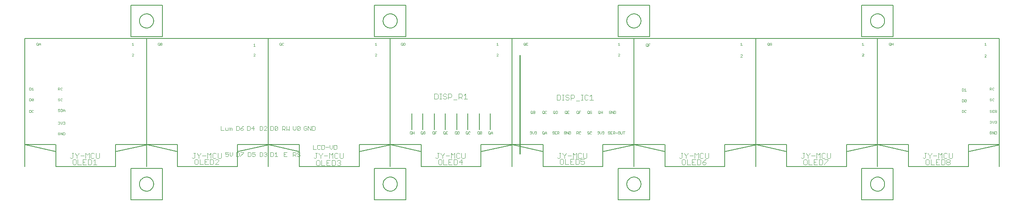
<source format=gto>
G75*
%MOIN*%
%OFA0B0*%
%FSLAX24Y24*%
%IPPOS*%
%LPD*%
%AMOC8*
5,1,8,0,0,1.08239X$1,22.5*
%
%ADD10C,0.0020*%
%ADD11C,0.0080*%
%ADD12C,0.0040*%
%ADD13C,0.0100*%
%ADD14C,0.0030*%
%ADD15C,0.0050*%
%ADD16C,0.0060*%
D10*
X011691Y006146D02*
X011728Y006110D01*
X011802Y006110D01*
X011838Y006146D01*
X011838Y006220D01*
X011765Y006220D01*
X011838Y006293D02*
X011802Y006330D01*
X011728Y006330D01*
X011691Y006293D01*
X011691Y006146D01*
X011912Y006110D02*
X011912Y006330D01*
X012059Y006110D01*
X012059Y006330D01*
X012133Y006330D02*
X012244Y006330D01*
X012280Y006293D01*
X012280Y006146D01*
X012244Y006110D01*
X012133Y006110D01*
X012133Y006330D01*
X012170Y007070D02*
X012133Y007106D01*
X012170Y007070D02*
X012244Y007070D01*
X012280Y007106D01*
X012280Y007143D01*
X012244Y007180D01*
X012207Y007180D01*
X012244Y007180D02*
X012280Y007216D01*
X012280Y007253D01*
X012244Y007290D01*
X012170Y007290D01*
X012133Y007253D01*
X012059Y007290D02*
X012059Y007143D01*
X011986Y007070D01*
X011912Y007143D01*
X011912Y007290D01*
X011838Y007253D02*
X011838Y007216D01*
X011802Y007180D01*
X011838Y007143D01*
X011838Y007106D01*
X011802Y007070D01*
X011728Y007070D01*
X011691Y007106D01*
X011765Y007180D02*
X011802Y007180D01*
X011838Y007253D02*
X011802Y007290D01*
X011728Y007290D01*
X011691Y007253D01*
X009499Y008146D02*
X009463Y008110D01*
X009389Y008110D01*
X009352Y008146D01*
X009352Y008293D01*
X009389Y008330D01*
X009463Y008330D01*
X009499Y008293D01*
X009278Y008293D02*
X009242Y008330D01*
X009131Y008330D01*
X009131Y008110D01*
X009242Y008110D01*
X009278Y008146D01*
X009278Y008293D01*
X011691Y008336D02*
X011728Y008300D01*
X011802Y008300D01*
X011838Y008263D01*
X011838Y008226D01*
X011802Y008190D01*
X011728Y008190D01*
X011691Y008226D01*
X011691Y008336D02*
X011691Y008373D01*
X011728Y008410D01*
X011802Y008410D01*
X011838Y008373D01*
X011912Y008410D02*
X012023Y008410D01*
X012059Y008373D01*
X012059Y008226D01*
X012023Y008190D01*
X011912Y008190D01*
X011912Y008410D01*
X012133Y008336D02*
X012207Y008410D01*
X012280Y008336D01*
X012280Y008190D01*
X012280Y008300D02*
X012133Y008300D01*
X012133Y008336D02*
X012133Y008190D01*
X012023Y009150D02*
X012059Y009186D01*
X012023Y009150D02*
X011949Y009150D01*
X011912Y009186D01*
X011912Y009333D01*
X011949Y009370D01*
X012023Y009370D01*
X012059Y009333D01*
X011838Y009333D02*
X011802Y009370D01*
X011728Y009370D01*
X011691Y009333D01*
X011691Y009296D01*
X011728Y009260D01*
X011802Y009260D01*
X011838Y009223D01*
X011838Y009186D01*
X011802Y009150D01*
X011728Y009150D01*
X011691Y009186D01*
X009499Y009186D02*
X009463Y009150D01*
X009389Y009150D01*
X009352Y009186D01*
X009499Y009333D01*
X009499Y009186D01*
X009352Y009186D02*
X009352Y009333D01*
X009389Y009370D01*
X009463Y009370D01*
X009499Y009333D01*
X009278Y009333D02*
X009242Y009370D01*
X009131Y009370D01*
X009131Y009150D01*
X009242Y009150D01*
X009278Y009186D01*
X009278Y009333D01*
X009242Y010110D02*
X009278Y010146D01*
X009278Y010293D01*
X009242Y010330D01*
X009131Y010330D01*
X009131Y010110D01*
X009242Y010110D01*
X009352Y010110D02*
X009499Y010110D01*
X009426Y010110D02*
X009426Y010330D01*
X009352Y010256D01*
X011691Y010183D02*
X011802Y010183D01*
X011838Y010220D01*
X011838Y010293D01*
X011802Y010330D01*
X011691Y010330D01*
X011691Y010110D01*
X011765Y010183D02*
X011838Y010110D01*
X011912Y010146D02*
X011949Y010110D01*
X012023Y010110D01*
X012059Y010146D01*
X011912Y010146D02*
X011912Y010293D01*
X011949Y010330D01*
X012023Y010330D01*
X012059Y010293D01*
X018251Y013150D02*
X018398Y013296D01*
X018398Y013333D01*
X018362Y013370D01*
X018288Y013370D01*
X018251Y013333D01*
X018251Y013150D02*
X018398Y013150D01*
X018398Y014110D02*
X018251Y014110D01*
X018325Y014110D02*
X018325Y014330D01*
X018251Y014256D01*
X020571Y014293D02*
X020571Y014146D01*
X020608Y014110D01*
X020682Y014110D01*
X020718Y014146D01*
X020718Y014293D01*
X020682Y014330D01*
X020608Y014330D01*
X020571Y014293D01*
X020645Y014183D02*
X020718Y014110D01*
X020792Y014110D02*
X020903Y014110D01*
X020939Y014146D01*
X020939Y014183D01*
X020903Y014220D01*
X020792Y014220D01*
X020792Y014110D02*
X020792Y014330D01*
X020903Y014330D01*
X020939Y014293D01*
X020939Y014256D01*
X020903Y014220D01*
X029051Y014176D02*
X029125Y014250D01*
X029125Y014030D01*
X029198Y014030D02*
X029051Y014030D01*
X031371Y014146D02*
X031371Y014293D01*
X031408Y014330D01*
X031482Y014330D01*
X031518Y014293D01*
X031518Y014146D01*
X031482Y014110D01*
X031408Y014110D01*
X031371Y014146D01*
X031445Y014183D02*
X031518Y014110D01*
X031592Y014146D02*
X031629Y014110D01*
X031703Y014110D01*
X031739Y014146D01*
X031592Y014146D02*
X031592Y014293D01*
X031629Y014330D01*
X031703Y014330D01*
X031739Y014293D01*
X029198Y013333D02*
X029162Y013370D01*
X029088Y013370D01*
X029051Y013333D01*
X029198Y013333D02*
X029198Y013296D01*
X029051Y013150D01*
X029198Y013150D01*
X039851Y013150D02*
X039998Y013296D01*
X039998Y013333D01*
X039962Y013370D01*
X039888Y013370D01*
X039851Y013333D01*
X039851Y013150D02*
X039998Y013150D01*
X039998Y014110D02*
X039851Y014110D01*
X039925Y014110D02*
X039925Y014330D01*
X039851Y014256D01*
X042171Y014293D02*
X042171Y014146D01*
X042208Y014110D01*
X042282Y014110D01*
X042318Y014146D01*
X042318Y014293D01*
X042282Y014330D01*
X042208Y014330D01*
X042171Y014293D01*
X042245Y014183D02*
X042318Y014110D01*
X042392Y014110D02*
X042503Y014110D01*
X042539Y014146D01*
X042539Y014293D01*
X042503Y014330D01*
X042392Y014330D01*
X042392Y014110D01*
X050651Y014110D02*
X050798Y014110D01*
X050725Y014110D02*
X050725Y014330D01*
X050651Y014256D01*
X053051Y014293D02*
X053051Y014146D01*
X053088Y014110D01*
X053162Y014110D01*
X053198Y014146D01*
X053198Y014293D01*
X053162Y014330D01*
X053088Y014330D01*
X053051Y014293D01*
X053125Y014183D02*
X053198Y014110D01*
X053272Y014110D02*
X053419Y014110D01*
X053346Y014220D02*
X053272Y014220D01*
X053272Y014330D02*
X053272Y014110D01*
X053272Y014330D02*
X053419Y014330D01*
X050798Y013333D02*
X050762Y013370D01*
X050688Y013370D01*
X050651Y013333D01*
X050798Y013333D02*
X050798Y013296D01*
X050651Y013150D01*
X050798Y013150D01*
X061451Y013150D02*
X061598Y013296D01*
X061598Y013333D01*
X061562Y013370D01*
X061488Y013370D01*
X061451Y013333D01*
X061451Y013150D02*
X061598Y013150D01*
X063931Y014066D02*
X063968Y014030D01*
X064042Y014030D01*
X064078Y014066D01*
X064078Y014213D01*
X064042Y014250D01*
X063968Y014250D01*
X063931Y014213D01*
X063931Y014066D01*
X064005Y014103D02*
X064078Y014030D01*
X064152Y014030D02*
X064152Y014250D01*
X064299Y014250D01*
X064226Y014140D02*
X064152Y014140D01*
X061598Y014110D02*
X061451Y014110D01*
X061525Y014110D02*
X061525Y014330D01*
X061451Y014256D01*
X072331Y014256D02*
X072405Y014330D01*
X072405Y014110D01*
X072478Y014110D02*
X072331Y014110D01*
X074731Y014146D02*
X074768Y014110D01*
X074842Y014110D01*
X074878Y014146D01*
X074878Y014293D01*
X074842Y014330D01*
X074768Y014330D01*
X074731Y014293D01*
X074731Y014146D01*
X074805Y014183D02*
X074878Y014110D01*
X074952Y014146D02*
X074989Y014110D01*
X075063Y014110D01*
X075099Y014146D01*
X075099Y014220D01*
X075026Y014220D01*
X075099Y014293D02*
X075063Y014330D01*
X074989Y014330D01*
X074952Y014293D01*
X074952Y014146D01*
X072478Y013253D02*
X072442Y013290D01*
X072368Y013290D01*
X072331Y013253D01*
X072478Y013253D02*
X072478Y013216D01*
X072331Y013070D01*
X072478Y013070D01*
X083131Y013150D02*
X083278Y013296D01*
X083278Y013333D01*
X083242Y013370D01*
X083168Y013370D01*
X083131Y013333D01*
X083131Y013150D02*
X083278Y013150D01*
X083278Y014110D02*
X083131Y014110D01*
X083205Y014110D02*
X083205Y014330D01*
X083131Y014256D01*
X085531Y014293D02*
X085531Y014146D01*
X085568Y014110D01*
X085642Y014110D01*
X085678Y014146D01*
X085678Y014293D01*
X085642Y014330D01*
X085568Y014330D01*
X085531Y014293D01*
X085605Y014183D02*
X085678Y014110D01*
X085752Y014110D02*
X085752Y014330D01*
X085752Y014220D02*
X085899Y014220D01*
X085899Y014330D02*
X085899Y014110D01*
X094011Y014110D02*
X094158Y014110D01*
X094085Y014110D02*
X094085Y014330D01*
X094011Y014256D01*
X094048Y013290D02*
X094011Y013253D01*
X094048Y013290D02*
X094122Y013290D01*
X094158Y013253D01*
X094158Y013216D01*
X094011Y013070D01*
X094158Y013070D01*
X094491Y010330D02*
X094602Y010330D01*
X094638Y010293D01*
X094638Y010220D01*
X094602Y010183D01*
X094491Y010183D01*
X094491Y010110D02*
X094491Y010330D01*
X094565Y010183D02*
X094638Y010110D01*
X094712Y010146D02*
X094749Y010110D01*
X094823Y010110D01*
X094859Y010146D01*
X094712Y010146D02*
X094712Y010293D01*
X094749Y010330D01*
X094823Y010330D01*
X094859Y010293D01*
X092379Y010030D02*
X092232Y010030D01*
X092306Y010030D02*
X092306Y010250D01*
X092232Y010176D01*
X092158Y010213D02*
X092122Y010250D01*
X092011Y010250D01*
X092011Y010030D01*
X092122Y010030D01*
X092158Y010066D01*
X092158Y010213D01*
X092122Y009290D02*
X092011Y009290D01*
X092011Y009070D01*
X092122Y009070D01*
X092158Y009106D01*
X092158Y009253D01*
X092122Y009290D01*
X092232Y009253D02*
X092269Y009290D01*
X092343Y009290D01*
X092379Y009253D01*
X092232Y009106D01*
X092269Y009070D01*
X092343Y009070D01*
X092379Y009106D01*
X092379Y009253D01*
X092232Y009253D02*
X092232Y009106D01*
X094491Y009186D02*
X094528Y009150D01*
X094602Y009150D01*
X094638Y009186D01*
X094638Y009223D01*
X094602Y009260D01*
X094528Y009260D01*
X094491Y009296D01*
X094491Y009333D01*
X094528Y009370D01*
X094602Y009370D01*
X094638Y009333D01*
X094712Y009333D02*
X094712Y009186D01*
X094749Y009150D01*
X094823Y009150D01*
X094859Y009186D01*
X094859Y009333D02*
X094823Y009370D01*
X094749Y009370D01*
X094712Y009333D01*
X094712Y008330D02*
X094712Y008110D01*
X094859Y008110D01*
X094933Y008110D02*
X094933Y008330D01*
X095044Y008330D01*
X095080Y008293D01*
X095080Y008220D01*
X095044Y008183D01*
X094933Y008183D01*
X095007Y008183D02*
X095080Y008110D01*
X094786Y008220D02*
X094712Y008220D01*
X094638Y008183D02*
X094638Y008146D01*
X094602Y008110D01*
X094528Y008110D01*
X094491Y008146D01*
X094528Y008220D02*
X094602Y008220D01*
X094638Y008183D01*
X094638Y008293D02*
X094602Y008330D01*
X094528Y008330D01*
X094491Y008293D01*
X094491Y008256D01*
X094528Y008220D01*
X094712Y008330D02*
X094859Y008330D01*
X092379Y008293D02*
X092343Y008330D01*
X092269Y008330D01*
X092232Y008293D01*
X092232Y008146D01*
X092269Y008110D01*
X092343Y008110D01*
X092379Y008146D01*
X092158Y008146D02*
X092158Y008293D01*
X092122Y008330D01*
X092011Y008330D01*
X092011Y008110D01*
X092122Y008110D01*
X092158Y008146D01*
X094491Y007333D02*
X094528Y007370D01*
X094602Y007370D01*
X094638Y007333D01*
X094638Y007296D01*
X094602Y007260D01*
X094638Y007223D01*
X094638Y007186D01*
X094602Y007150D01*
X094528Y007150D01*
X094491Y007186D01*
X094565Y007260D02*
X094602Y007260D01*
X094712Y007223D02*
X094786Y007150D01*
X094859Y007223D01*
X094859Y007370D01*
X094933Y007333D02*
X094970Y007370D01*
X095044Y007370D01*
X095080Y007333D01*
X095080Y007296D01*
X095044Y007260D01*
X095080Y007223D01*
X095080Y007186D01*
X095044Y007150D01*
X094970Y007150D01*
X094933Y007186D01*
X095007Y007260D02*
X095044Y007260D01*
X094712Y007223D02*
X094712Y007370D01*
X094712Y006410D02*
X094859Y006190D01*
X094859Y006410D01*
X094933Y006410D02*
X095044Y006410D01*
X095080Y006373D01*
X095080Y006226D01*
X095044Y006190D01*
X094933Y006190D01*
X094933Y006410D01*
X094712Y006410D02*
X094712Y006190D01*
X094638Y006226D02*
X094638Y006300D01*
X094565Y006300D01*
X094638Y006373D02*
X094602Y006410D01*
X094528Y006410D01*
X094491Y006373D01*
X094491Y006226D01*
X094528Y006190D01*
X094602Y006190D01*
X094638Y006226D01*
X062044Y006410D02*
X061897Y006410D01*
X061823Y006410D02*
X061823Y006226D01*
X061787Y006190D01*
X061713Y006190D01*
X061676Y006226D01*
X061676Y006410D01*
X061602Y006373D02*
X061566Y006410D01*
X061492Y006410D01*
X061455Y006373D01*
X061455Y006226D01*
X061492Y006190D01*
X061566Y006190D01*
X061602Y006226D01*
X061602Y006373D01*
X061381Y006300D02*
X061234Y006300D01*
X061160Y006300D02*
X061124Y006263D01*
X061013Y006263D01*
X061013Y006190D02*
X061013Y006410D01*
X061124Y006410D01*
X061160Y006373D01*
X061160Y006300D01*
X061087Y006263D02*
X061160Y006190D01*
X060939Y006190D02*
X060792Y006190D01*
X060792Y006410D01*
X060939Y006410D01*
X060866Y006300D02*
X060792Y006300D01*
X060718Y006263D02*
X060718Y006226D01*
X060682Y006190D01*
X060608Y006190D01*
X060571Y006226D01*
X060608Y006300D02*
X060682Y006300D01*
X060718Y006263D01*
X060718Y006373D02*
X060682Y006410D01*
X060608Y006410D01*
X060571Y006373D01*
X060571Y006336D01*
X060608Y006300D01*
X060200Y006336D02*
X060164Y006300D01*
X060200Y006263D01*
X060200Y006226D01*
X060164Y006190D01*
X060090Y006190D01*
X060053Y006226D01*
X059979Y006263D02*
X059979Y006410D01*
X060053Y006373D02*
X060090Y006410D01*
X060164Y006410D01*
X060200Y006373D01*
X060200Y006336D01*
X060164Y006300D02*
X060127Y006300D01*
X059979Y006263D02*
X059906Y006190D01*
X059832Y006263D01*
X059832Y006410D01*
X059758Y006373D02*
X059758Y006336D01*
X059722Y006300D01*
X059758Y006263D01*
X059758Y006226D01*
X059722Y006190D01*
X059648Y006190D01*
X059611Y006226D01*
X059685Y006300D02*
X059722Y006300D01*
X059758Y006373D02*
X059722Y006410D01*
X059648Y006410D01*
X059611Y006373D01*
X059099Y006373D02*
X059063Y006410D01*
X058989Y006410D01*
X058952Y006373D01*
X058952Y006226D01*
X058989Y006190D01*
X059063Y006190D01*
X059099Y006226D01*
X058878Y006226D02*
X058842Y006190D01*
X058768Y006190D01*
X058731Y006226D01*
X058768Y006300D02*
X058842Y006300D01*
X058878Y006263D01*
X058878Y006226D01*
X058768Y006300D02*
X058731Y006336D01*
X058731Y006373D01*
X058768Y006410D01*
X058842Y006410D01*
X058878Y006373D01*
X058139Y006373D02*
X058103Y006410D01*
X058029Y006410D01*
X057992Y006373D01*
X057992Y006226D01*
X058029Y006190D01*
X058103Y006190D01*
X058139Y006226D01*
X057918Y006190D02*
X057845Y006263D01*
X057882Y006263D02*
X057771Y006263D01*
X057771Y006190D02*
X057771Y006410D01*
X057882Y006410D01*
X057918Y006373D01*
X057918Y006300D01*
X057882Y006263D01*
X057240Y006226D02*
X057240Y006373D01*
X057204Y006410D01*
X057093Y006410D01*
X057093Y006190D01*
X057204Y006190D01*
X057240Y006226D01*
X057019Y006190D02*
X057019Y006410D01*
X056872Y006410D02*
X057019Y006190D01*
X056872Y006190D02*
X056872Y006410D01*
X056798Y006373D02*
X056762Y006410D01*
X056688Y006410D01*
X056651Y006373D01*
X056651Y006226D01*
X056688Y006190D01*
X056762Y006190D01*
X056798Y006226D01*
X056798Y006300D01*
X056725Y006300D01*
X056200Y006300D02*
X056200Y006373D01*
X056164Y006410D01*
X056053Y006410D01*
X056053Y006190D01*
X056053Y006263D02*
X056164Y006263D01*
X056200Y006300D01*
X056127Y006263D02*
X056200Y006190D01*
X055979Y006190D02*
X055832Y006190D01*
X055832Y006410D01*
X055979Y006410D01*
X055906Y006300D02*
X055832Y006300D01*
X055758Y006263D02*
X055758Y006226D01*
X055722Y006190D01*
X055648Y006190D01*
X055611Y006226D01*
X055648Y006300D02*
X055722Y006300D01*
X055758Y006263D01*
X055758Y006373D02*
X055722Y006410D01*
X055648Y006410D01*
X055611Y006373D01*
X055611Y006336D01*
X055648Y006300D01*
X055099Y006300D02*
X054952Y006300D01*
X054952Y006336D02*
X054952Y006190D01*
X054878Y006190D02*
X054805Y006263D01*
X054878Y006226D02*
X054842Y006190D01*
X054768Y006190D01*
X054731Y006226D01*
X054731Y006373D01*
X054768Y006410D01*
X054842Y006410D01*
X054878Y006373D01*
X054878Y006226D01*
X054952Y006336D02*
X055026Y006410D01*
X055099Y006336D01*
X055099Y006190D01*
X054200Y006226D02*
X054164Y006190D01*
X054090Y006190D01*
X054053Y006226D01*
X053979Y006263D02*
X053979Y006410D01*
X054053Y006373D02*
X054090Y006410D01*
X054164Y006410D01*
X054200Y006373D01*
X054200Y006336D01*
X054164Y006300D01*
X054200Y006263D01*
X054200Y006226D01*
X054164Y006300D02*
X054127Y006300D01*
X053979Y006263D02*
X053906Y006190D01*
X053832Y006263D01*
X053832Y006410D01*
X053758Y006373D02*
X053758Y006336D01*
X053722Y006300D01*
X053758Y006263D01*
X053758Y006226D01*
X053722Y006190D01*
X053648Y006190D01*
X053611Y006226D01*
X053685Y006300D02*
X053722Y006300D01*
X053758Y006373D02*
X053722Y006410D01*
X053648Y006410D01*
X053611Y006373D01*
X050299Y006336D02*
X050299Y006190D01*
X050299Y006300D02*
X050152Y006300D01*
X050152Y006336D02*
X050152Y006190D01*
X050078Y006190D02*
X050005Y006263D01*
X050078Y006226D02*
X050042Y006190D01*
X049968Y006190D01*
X049931Y006226D01*
X049931Y006373D01*
X049968Y006410D01*
X050042Y006410D01*
X050078Y006373D01*
X050078Y006226D01*
X050152Y006336D02*
X050226Y006410D01*
X050299Y006336D01*
X049339Y006336D02*
X049303Y006300D01*
X049192Y006300D01*
X049118Y006373D02*
X049118Y006226D01*
X049082Y006190D01*
X049008Y006190D01*
X048971Y006226D01*
X048971Y006373D01*
X049008Y006410D01*
X049082Y006410D01*
X049118Y006373D01*
X049192Y006410D02*
X049303Y006410D01*
X049339Y006373D01*
X049339Y006336D01*
X049303Y006300D02*
X049339Y006263D01*
X049339Y006226D01*
X049303Y006190D01*
X049192Y006190D01*
X049192Y006410D01*
X049045Y006263D02*
X049118Y006190D01*
X048299Y006226D02*
X048263Y006190D01*
X048189Y006190D01*
X048152Y006226D01*
X048152Y006373D01*
X048189Y006410D01*
X048263Y006410D01*
X048299Y006373D01*
X048078Y006373D02*
X048078Y006226D01*
X048042Y006190D01*
X047968Y006190D01*
X047931Y006226D01*
X047931Y006373D01*
X047968Y006410D01*
X048042Y006410D01*
X048078Y006373D01*
X048005Y006263D02*
X048078Y006190D01*
X047339Y006226D02*
X047339Y006373D01*
X047303Y006410D01*
X047192Y006410D01*
X047192Y006190D01*
X047303Y006190D01*
X047339Y006226D01*
X047118Y006226D02*
X047082Y006190D01*
X047008Y006190D01*
X046971Y006226D01*
X046971Y006373D01*
X047008Y006410D01*
X047082Y006410D01*
X047118Y006373D01*
X047118Y006226D01*
X047118Y006190D02*
X047045Y006263D01*
X046299Y006190D02*
X046152Y006190D01*
X046152Y006410D01*
X046299Y006410D01*
X046226Y006300D02*
X046152Y006300D01*
X046078Y006373D02*
X046078Y006226D01*
X046042Y006190D01*
X045968Y006190D01*
X045931Y006226D01*
X045931Y006373D01*
X045968Y006410D01*
X046042Y006410D01*
X046078Y006373D01*
X046005Y006263D02*
X046078Y006190D01*
X045339Y006410D02*
X045192Y006410D01*
X045192Y006190D01*
X045118Y006190D02*
X045045Y006263D01*
X045118Y006226D02*
X045082Y006190D01*
X045008Y006190D01*
X044971Y006226D01*
X044971Y006373D01*
X045008Y006410D01*
X045082Y006410D01*
X045118Y006373D01*
X045118Y006226D01*
X045192Y006300D02*
X045266Y006300D01*
X044299Y006300D02*
X044226Y006300D01*
X044299Y006300D02*
X044299Y006226D01*
X044263Y006190D01*
X044189Y006190D01*
X044152Y006226D01*
X044152Y006373D01*
X044189Y006410D01*
X044263Y006410D01*
X044299Y006373D01*
X044078Y006373D02*
X044078Y006226D01*
X044042Y006190D01*
X043968Y006190D01*
X043931Y006226D01*
X043931Y006373D01*
X043968Y006410D01*
X044042Y006410D01*
X044078Y006373D01*
X044005Y006263D02*
X044078Y006190D01*
X043339Y006190D02*
X043339Y006410D01*
X043339Y006300D02*
X043192Y006300D01*
X043118Y006373D02*
X043118Y006226D01*
X043082Y006190D01*
X043008Y006190D01*
X042971Y006226D01*
X042971Y006373D01*
X043008Y006410D01*
X043082Y006410D01*
X043118Y006373D01*
X043192Y006410D02*
X043192Y006190D01*
X043118Y006190D02*
X043045Y006263D01*
X053691Y008066D02*
X053691Y008213D01*
X053728Y008250D01*
X053802Y008250D01*
X053838Y008213D01*
X053838Y008066D01*
X053802Y008030D01*
X053728Y008030D01*
X053691Y008066D01*
X053765Y008103D02*
X053838Y008030D01*
X053912Y008030D02*
X054023Y008030D01*
X054059Y008066D01*
X054059Y008103D01*
X054023Y008140D01*
X053912Y008140D01*
X053912Y008250D02*
X054023Y008250D01*
X054059Y008213D01*
X054059Y008176D01*
X054023Y008140D01*
X053912Y008030D02*
X053912Y008250D01*
X054731Y008213D02*
X054731Y008066D01*
X054768Y008030D01*
X054842Y008030D01*
X054878Y008066D01*
X054878Y008213D01*
X054842Y008250D01*
X054768Y008250D01*
X054731Y008213D01*
X054805Y008103D02*
X054878Y008030D01*
X054952Y008066D02*
X054989Y008030D01*
X055063Y008030D01*
X055099Y008066D01*
X054952Y008066D02*
X054952Y008213D01*
X054989Y008250D01*
X055063Y008250D01*
X055099Y008213D01*
X055691Y008213D02*
X055691Y008066D01*
X055728Y008030D01*
X055802Y008030D01*
X055838Y008066D01*
X055838Y008213D01*
X055802Y008250D01*
X055728Y008250D01*
X055691Y008213D01*
X055765Y008103D02*
X055838Y008030D01*
X055912Y008030D02*
X056023Y008030D01*
X056059Y008066D01*
X056059Y008213D01*
X056023Y008250D01*
X055912Y008250D01*
X055912Y008030D01*
X056731Y008066D02*
X056731Y008213D01*
X056768Y008250D01*
X056842Y008250D01*
X056878Y008213D01*
X056878Y008066D01*
X056842Y008030D01*
X056768Y008030D01*
X056731Y008066D01*
X056805Y008103D02*
X056878Y008030D01*
X056952Y008030D02*
X057099Y008030D01*
X057026Y008140D02*
X056952Y008140D01*
X056952Y008250D02*
X056952Y008030D01*
X056952Y008250D02*
X057099Y008250D01*
X057771Y008213D02*
X057771Y008066D01*
X057808Y008030D01*
X057882Y008030D01*
X057918Y008066D01*
X057918Y008213D01*
X057882Y008250D01*
X057808Y008250D01*
X057771Y008213D01*
X057845Y008103D02*
X057918Y008030D01*
X057992Y008030D02*
X057992Y008250D01*
X058139Y008250D01*
X058066Y008140D02*
X057992Y008140D01*
X058731Y008066D02*
X058731Y008213D01*
X058768Y008250D01*
X058842Y008250D01*
X058878Y008213D01*
X058878Y008066D01*
X058842Y008030D01*
X058768Y008030D01*
X058731Y008066D01*
X058805Y008103D02*
X058878Y008030D01*
X058952Y008066D02*
X058989Y008030D01*
X059063Y008030D01*
X059099Y008066D01*
X059099Y008140D01*
X059026Y008140D01*
X059099Y008213D02*
X059063Y008250D01*
X058989Y008250D01*
X058952Y008213D01*
X058952Y008066D01*
X059691Y008066D02*
X059691Y008213D01*
X059728Y008250D01*
X059802Y008250D01*
X059838Y008213D01*
X059838Y008066D01*
X059802Y008030D01*
X059728Y008030D01*
X059691Y008066D01*
X059765Y008103D02*
X059838Y008030D01*
X059912Y008030D02*
X059912Y008250D01*
X059912Y008140D02*
X060059Y008140D01*
X060059Y008250D02*
X060059Y008030D01*
X060651Y008066D02*
X060651Y008213D01*
X060688Y008250D01*
X060762Y008250D01*
X060798Y008213D01*
X060798Y008140D02*
X060725Y008140D01*
X060798Y008140D02*
X060798Y008066D01*
X060762Y008030D01*
X060688Y008030D01*
X060651Y008066D01*
X060872Y008030D02*
X060872Y008250D01*
X061019Y008030D01*
X061019Y008250D01*
X061093Y008250D02*
X061204Y008250D01*
X061240Y008213D01*
X061240Y008066D01*
X061204Y008030D01*
X061093Y008030D01*
X061093Y008250D01*
X061971Y006410D02*
X061971Y006190D01*
X010139Y014110D02*
X010139Y014256D01*
X010066Y014330D01*
X009992Y014256D01*
X009992Y014110D01*
X009918Y014110D02*
X009845Y014183D01*
X009918Y014146D02*
X009882Y014110D01*
X009808Y014110D01*
X009771Y014146D01*
X009771Y014293D01*
X009808Y014330D01*
X009882Y014330D01*
X009918Y014293D01*
X009918Y014146D01*
X009992Y014220D02*
X010139Y014220D01*
D11*
X018918Y016292D02*
X018920Y016342D01*
X018926Y016392D01*
X018936Y016441D01*
X018950Y016489D01*
X018967Y016536D01*
X018988Y016581D01*
X019013Y016625D01*
X019041Y016666D01*
X019073Y016705D01*
X019107Y016742D01*
X019144Y016776D01*
X019184Y016806D01*
X019226Y016833D01*
X019270Y016857D01*
X019316Y016878D01*
X019363Y016894D01*
X019411Y016907D01*
X019461Y016916D01*
X019510Y016921D01*
X019561Y016922D01*
X019611Y016919D01*
X019660Y016912D01*
X019709Y016901D01*
X019757Y016886D01*
X019803Y016868D01*
X019848Y016846D01*
X019891Y016820D01*
X019932Y016791D01*
X019971Y016759D01*
X020007Y016724D01*
X020039Y016686D01*
X020069Y016646D01*
X020096Y016603D01*
X020119Y016559D01*
X020138Y016513D01*
X020154Y016465D01*
X020166Y016416D01*
X020174Y016367D01*
X020178Y016317D01*
X020178Y016267D01*
X020174Y016217D01*
X020166Y016168D01*
X020154Y016119D01*
X020138Y016071D01*
X020119Y016025D01*
X020096Y015981D01*
X020069Y015938D01*
X020039Y015898D01*
X020007Y015860D01*
X019971Y015825D01*
X019932Y015793D01*
X019891Y015764D01*
X019848Y015738D01*
X019803Y015716D01*
X019757Y015698D01*
X019709Y015683D01*
X019660Y015672D01*
X019611Y015665D01*
X019561Y015662D01*
X019510Y015663D01*
X019461Y015668D01*
X019411Y015677D01*
X019363Y015690D01*
X019316Y015706D01*
X019270Y015727D01*
X019226Y015751D01*
X019184Y015778D01*
X019144Y015808D01*
X019107Y015842D01*
X019073Y015879D01*
X019041Y015918D01*
X019013Y015959D01*
X018988Y016003D01*
X018967Y016048D01*
X018950Y016095D01*
X018936Y016143D01*
X018926Y016192D01*
X018920Y016242D01*
X018918Y016292D01*
X040572Y016292D02*
X040574Y016342D01*
X040580Y016392D01*
X040590Y016441D01*
X040604Y016489D01*
X040621Y016536D01*
X040642Y016581D01*
X040667Y016625D01*
X040695Y016666D01*
X040727Y016705D01*
X040761Y016742D01*
X040798Y016776D01*
X040838Y016806D01*
X040880Y016833D01*
X040924Y016857D01*
X040970Y016878D01*
X041017Y016894D01*
X041065Y016907D01*
X041115Y016916D01*
X041164Y016921D01*
X041215Y016922D01*
X041265Y016919D01*
X041314Y016912D01*
X041363Y016901D01*
X041411Y016886D01*
X041457Y016868D01*
X041502Y016846D01*
X041545Y016820D01*
X041586Y016791D01*
X041625Y016759D01*
X041661Y016724D01*
X041693Y016686D01*
X041723Y016646D01*
X041750Y016603D01*
X041773Y016559D01*
X041792Y016513D01*
X041808Y016465D01*
X041820Y016416D01*
X041828Y016367D01*
X041832Y016317D01*
X041832Y016267D01*
X041828Y016217D01*
X041820Y016168D01*
X041808Y016119D01*
X041792Y016071D01*
X041773Y016025D01*
X041750Y015981D01*
X041723Y015938D01*
X041693Y015898D01*
X041661Y015860D01*
X041625Y015825D01*
X041586Y015793D01*
X041545Y015764D01*
X041502Y015738D01*
X041457Y015716D01*
X041411Y015698D01*
X041363Y015683D01*
X041314Y015672D01*
X041265Y015665D01*
X041215Y015662D01*
X041164Y015663D01*
X041115Y015668D01*
X041065Y015677D01*
X041017Y015690D01*
X040970Y015706D01*
X040924Y015727D01*
X040880Y015751D01*
X040838Y015778D01*
X040798Y015808D01*
X040761Y015842D01*
X040727Y015879D01*
X040695Y015918D01*
X040667Y015959D01*
X040642Y016003D01*
X040621Y016048D01*
X040604Y016095D01*
X040590Y016143D01*
X040580Y016192D01*
X040574Y016242D01*
X040572Y016292D01*
X062225Y016292D02*
X062227Y016342D01*
X062233Y016392D01*
X062243Y016441D01*
X062257Y016489D01*
X062274Y016536D01*
X062295Y016581D01*
X062320Y016625D01*
X062348Y016666D01*
X062380Y016705D01*
X062414Y016742D01*
X062451Y016776D01*
X062491Y016806D01*
X062533Y016833D01*
X062577Y016857D01*
X062623Y016878D01*
X062670Y016894D01*
X062718Y016907D01*
X062768Y016916D01*
X062817Y016921D01*
X062868Y016922D01*
X062918Y016919D01*
X062967Y016912D01*
X063016Y016901D01*
X063064Y016886D01*
X063110Y016868D01*
X063155Y016846D01*
X063198Y016820D01*
X063239Y016791D01*
X063278Y016759D01*
X063314Y016724D01*
X063346Y016686D01*
X063376Y016646D01*
X063403Y016603D01*
X063426Y016559D01*
X063445Y016513D01*
X063461Y016465D01*
X063473Y016416D01*
X063481Y016367D01*
X063485Y016317D01*
X063485Y016267D01*
X063481Y016217D01*
X063473Y016168D01*
X063461Y016119D01*
X063445Y016071D01*
X063426Y016025D01*
X063403Y015981D01*
X063376Y015938D01*
X063346Y015898D01*
X063314Y015860D01*
X063278Y015825D01*
X063239Y015793D01*
X063198Y015764D01*
X063155Y015738D01*
X063110Y015716D01*
X063064Y015698D01*
X063016Y015683D01*
X062967Y015672D01*
X062918Y015665D01*
X062868Y015662D01*
X062817Y015663D01*
X062768Y015668D01*
X062718Y015677D01*
X062670Y015690D01*
X062623Y015706D01*
X062577Y015727D01*
X062533Y015751D01*
X062491Y015778D01*
X062451Y015808D01*
X062414Y015842D01*
X062380Y015879D01*
X062348Y015918D01*
X062320Y015959D01*
X062295Y016003D01*
X062274Y016048D01*
X062257Y016095D01*
X062243Y016143D01*
X062233Y016192D01*
X062227Y016242D01*
X062225Y016292D01*
X083879Y016292D02*
X083881Y016342D01*
X083887Y016392D01*
X083897Y016441D01*
X083911Y016489D01*
X083928Y016536D01*
X083949Y016581D01*
X083974Y016625D01*
X084002Y016666D01*
X084034Y016705D01*
X084068Y016742D01*
X084105Y016776D01*
X084145Y016806D01*
X084187Y016833D01*
X084231Y016857D01*
X084277Y016878D01*
X084324Y016894D01*
X084372Y016907D01*
X084422Y016916D01*
X084471Y016921D01*
X084522Y016922D01*
X084572Y016919D01*
X084621Y016912D01*
X084670Y016901D01*
X084718Y016886D01*
X084764Y016868D01*
X084809Y016846D01*
X084852Y016820D01*
X084893Y016791D01*
X084932Y016759D01*
X084968Y016724D01*
X085000Y016686D01*
X085030Y016646D01*
X085057Y016603D01*
X085080Y016559D01*
X085099Y016513D01*
X085115Y016465D01*
X085127Y016416D01*
X085135Y016367D01*
X085139Y016317D01*
X085139Y016267D01*
X085135Y016217D01*
X085127Y016168D01*
X085115Y016119D01*
X085099Y016071D01*
X085080Y016025D01*
X085057Y015981D01*
X085030Y015938D01*
X085000Y015898D01*
X084968Y015860D01*
X084932Y015825D01*
X084893Y015793D01*
X084852Y015764D01*
X084809Y015738D01*
X084764Y015716D01*
X084718Y015698D01*
X084670Y015683D01*
X084621Y015672D01*
X084572Y015665D01*
X084522Y015662D01*
X084471Y015663D01*
X084422Y015668D01*
X084372Y015677D01*
X084324Y015690D01*
X084277Y015706D01*
X084231Y015727D01*
X084187Y015751D01*
X084145Y015778D01*
X084105Y015808D01*
X084068Y015842D01*
X084034Y015879D01*
X084002Y015918D01*
X083974Y015959D01*
X083949Y016003D01*
X083928Y016048D01*
X083911Y016095D01*
X083897Y016143D01*
X083887Y016192D01*
X083881Y016242D01*
X083879Y016292D01*
X050081Y008020D02*
X050081Y006580D01*
X049121Y006580D02*
X049121Y008020D01*
X048081Y008020D02*
X048081Y006580D01*
X047121Y006580D02*
X047121Y008020D01*
X046081Y008020D02*
X046081Y006580D01*
X045121Y006580D02*
X045121Y008020D01*
X044081Y008020D02*
X044081Y006580D01*
X043121Y006580D02*
X043121Y008020D01*
X040572Y001725D02*
X040574Y001775D01*
X040580Y001825D01*
X040590Y001874D01*
X040604Y001922D01*
X040621Y001969D01*
X040642Y002014D01*
X040667Y002058D01*
X040695Y002099D01*
X040727Y002138D01*
X040761Y002175D01*
X040798Y002209D01*
X040838Y002239D01*
X040880Y002266D01*
X040924Y002290D01*
X040970Y002311D01*
X041017Y002327D01*
X041065Y002340D01*
X041115Y002349D01*
X041164Y002354D01*
X041215Y002355D01*
X041265Y002352D01*
X041314Y002345D01*
X041363Y002334D01*
X041411Y002319D01*
X041457Y002301D01*
X041502Y002279D01*
X041545Y002253D01*
X041586Y002224D01*
X041625Y002192D01*
X041661Y002157D01*
X041693Y002119D01*
X041723Y002079D01*
X041750Y002036D01*
X041773Y001992D01*
X041792Y001946D01*
X041808Y001898D01*
X041820Y001849D01*
X041828Y001800D01*
X041832Y001750D01*
X041832Y001700D01*
X041828Y001650D01*
X041820Y001601D01*
X041808Y001552D01*
X041792Y001504D01*
X041773Y001458D01*
X041750Y001414D01*
X041723Y001371D01*
X041693Y001331D01*
X041661Y001293D01*
X041625Y001258D01*
X041586Y001226D01*
X041545Y001197D01*
X041502Y001171D01*
X041457Y001149D01*
X041411Y001131D01*
X041363Y001116D01*
X041314Y001105D01*
X041265Y001098D01*
X041215Y001095D01*
X041164Y001096D01*
X041115Y001101D01*
X041065Y001110D01*
X041017Y001123D01*
X040970Y001139D01*
X040924Y001160D01*
X040880Y001184D01*
X040838Y001211D01*
X040798Y001241D01*
X040761Y001275D01*
X040727Y001312D01*
X040695Y001351D01*
X040667Y001392D01*
X040642Y001436D01*
X040621Y001481D01*
X040604Y001528D01*
X040590Y001576D01*
X040580Y001625D01*
X040574Y001675D01*
X040572Y001725D01*
X018918Y001725D02*
X018920Y001775D01*
X018926Y001825D01*
X018936Y001874D01*
X018950Y001922D01*
X018967Y001969D01*
X018988Y002014D01*
X019013Y002058D01*
X019041Y002099D01*
X019073Y002138D01*
X019107Y002175D01*
X019144Y002209D01*
X019184Y002239D01*
X019226Y002266D01*
X019270Y002290D01*
X019316Y002311D01*
X019363Y002327D01*
X019411Y002340D01*
X019461Y002349D01*
X019510Y002354D01*
X019561Y002355D01*
X019611Y002352D01*
X019660Y002345D01*
X019709Y002334D01*
X019757Y002319D01*
X019803Y002301D01*
X019848Y002279D01*
X019891Y002253D01*
X019932Y002224D01*
X019971Y002192D01*
X020007Y002157D01*
X020039Y002119D01*
X020069Y002079D01*
X020096Y002036D01*
X020119Y001992D01*
X020138Y001946D01*
X020154Y001898D01*
X020166Y001849D01*
X020174Y001800D01*
X020178Y001750D01*
X020178Y001700D01*
X020174Y001650D01*
X020166Y001601D01*
X020154Y001552D01*
X020138Y001504D01*
X020119Y001458D01*
X020096Y001414D01*
X020069Y001371D01*
X020039Y001331D01*
X020007Y001293D01*
X019971Y001258D01*
X019932Y001226D01*
X019891Y001197D01*
X019848Y001171D01*
X019803Y001149D01*
X019757Y001131D01*
X019709Y001116D01*
X019660Y001105D01*
X019611Y001098D01*
X019561Y001095D01*
X019510Y001096D01*
X019461Y001101D01*
X019411Y001110D01*
X019363Y001123D01*
X019316Y001139D01*
X019270Y001160D01*
X019226Y001184D01*
X019184Y001211D01*
X019144Y001241D01*
X019107Y001275D01*
X019073Y001312D01*
X019041Y001351D01*
X019013Y001392D01*
X018988Y001436D01*
X018967Y001481D01*
X018950Y001528D01*
X018936Y001576D01*
X018926Y001625D01*
X018920Y001675D01*
X018918Y001725D01*
X062225Y001725D02*
X062227Y001775D01*
X062233Y001825D01*
X062243Y001874D01*
X062257Y001922D01*
X062274Y001969D01*
X062295Y002014D01*
X062320Y002058D01*
X062348Y002099D01*
X062380Y002138D01*
X062414Y002175D01*
X062451Y002209D01*
X062491Y002239D01*
X062533Y002266D01*
X062577Y002290D01*
X062623Y002311D01*
X062670Y002327D01*
X062718Y002340D01*
X062768Y002349D01*
X062817Y002354D01*
X062868Y002355D01*
X062918Y002352D01*
X062967Y002345D01*
X063016Y002334D01*
X063064Y002319D01*
X063110Y002301D01*
X063155Y002279D01*
X063198Y002253D01*
X063239Y002224D01*
X063278Y002192D01*
X063314Y002157D01*
X063346Y002119D01*
X063376Y002079D01*
X063403Y002036D01*
X063426Y001992D01*
X063445Y001946D01*
X063461Y001898D01*
X063473Y001849D01*
X063481Y001800D01*
X063485Y001750D01*
X063485Y001700D01*
X063481Y001650D01*
X063473Y001601D01*
X063461Y001552D01*
X063445Y001504D01*
X063426Y001458D01*
X063403Y001414D01*
X063376Y001371D01*
X063346Y001331D01*
X063314Y001293D01*
X063278Y001258D01*
X063239Y001226D01*
X063198Y001197D01*
X063155Y001171D01*
X063110Y001149D01*
X063064Y001131D01*
X063016Y001116D01*
X062967Y001105D01*
X062918Y001098D01*
X062868Y001095D01*
X062817Y001096D01*
X062768Y001101D01*
X062718Y001110D01*
X062670Y001123D01*
X062623Y001139D01*
X062577Y001160D01*
X062533Y001184D01*
X062491Y001211D01*
X062451Y001241D01*
X062414Y001275D01*
X062380Y001312D01*
X062348Y001351D01*
X062320Y001392D01*
X062295Y001436D01*
X062274Y001481D01*
X062257Y001528D01*
X062243Y001576D01*
X062233Y001625D01*
X062227Y001675D01*
X062225Y001725D01*
X083879Y001725D02*
X083881Y001775D01*
X083887Y001825D01*
X083897Y001874D01*
X083911Y001922D01*
X083928Y001969D01*
X083949Y002014D01*
X083974Y002058D01*
X084002Y002099D01*
X084034Y002138D01*
X084068Y002175D01*
X084105Y002209D01*
X084145Y002239D01*
X084187Y002266D01*
X084231Y002290D01*
X084277Y002311D01*
X084324Y002327D01*
X084372Y002340D01*
X084422Y002349D01*
X084471Y002354D01*
X084522Y002355D01*
X084572Y002352D01*
X084621Y002345D01*
X084670Y002334D01*
X084718Y002319D01*
X084764Y002301D01*
X084809Y002279D01*
X084852Y002253D01*
X084893Y002224D01*
X084932Y002192D01*
X084968Y002157D01*
X085000Y002119D01*
X085030Y002079D01*
X085057Y002036D01*
X085080Y001992D01*
X085099Y001946D01*
X085115Y001898D01*
X085127Y001849D01*
X085135Y001800D01*
X085139Y001750D01*
X085139Y001700D01*
X085135Y001650D01*
X085127Y001601D01*
X085115Y001552D01*
X085099Y001504D01*
X085080Y001458D01*
X085057Y001414D01*
X085030Y001371D01*
X085000Y001331D01*
X084968Y001293D01*
X084932Y001258D01*
X084893Y001226D01*
X084852Y001197D01*
X084809Y001171D01*
X084764Y001149D01*
X084718Y001131D01*
X084670Y001116D01*
X084621Y001105D01*
X084572Y001098D01*
X084522Y001095D01*
X084471Y001096D01*
X084422Y001101D01*
X084372Y001110D01*
X084324Y001123D01*
X084277Y001139D01*
X084231Y001160D01*
X084187Y001184D01*
X084145Y001211D01*
X084105Y001241D01*
X084068Y001275D01*
X084034Y001312D01*
X084002Y001351D01*
X083974Y001392D01*
X083949Y001436D01*
X083928Y001481D01*
X083911Y001528D01*
X083897Y001576D01*
X083887Y001625D01*
X083881Y001675D01*
X083879Y001725D01*
D12*
X080088Y003839D02*
X079781Y003532D01*
X079781Y003456D01*
X079628Y003532D02*
X079628Y003839D01*
X079551Y003916D01*
X079321Y003916D01*
X079321Y003456D01*
X079551Y003456D01*
X079628Y003532D01*
X079167Y003456D02*
X078860Y003456D01*
X078860Y003916D01*
X079167Y003916D01*
X079099Y004028D02*
X079099Y004489D01*
X079253Y004335D01*
X079406Y004489D01*
X079406Y004028D01*
X079559Y004105D02*
X079636Y004028D01*
X079790Y004028D01*
X079866Y004105D01*
X080020Y004105D02*
X080097Y004028D01*
X080250Y004028D01*
X080327Y004105D01*
X080327Y004489D01*
X080020Y004489D02*
X080020Y004105D01*
X080088Y003916D02*
X080088Y003839D01*
X080088Y003916D02*
X079781Y003916D01*
X079559Y004105D02*
X079559Y004412D01*
X079636Y004489D01*
X079790Y004489D01*
X079866Y004412D01*
X078946Y004258D02*
X078639Y004258D01*
X078485Y004412D02*
X078332Y004258D01*
X078332Y004028D01*
X078400Y003916D02*
X078400Y003456D01*
X078707Y003456D01*
X078860Y003686D02*
X079014Y003686D01*
X078246Y003532D02*
X078246Y003839D01*
X078170Y003916D01*
X078016Y003916D01*
X077940Y003839D01*
X077940Y003532D01*
X078016Y003456D01*
X078170Y003456D01*
X078246Y003532D01*
X077871Y004028D02*
X077948Y004105D01*
X077948Y004489D01*
X077871Y004489D02*
X078025Y004489D01*
X078178Y004489D02*
X078178Y004412D01*
X078332Y004258D01*
X078485Y004412D02*
X078485Y004489D01*
X077871Y004028D02*
X077795Y004028D01*
X077718Y004105D01*
X069500Y004105D02*
X069500Y004489D01*
X069193Y004489D02*
X069193Y004105D01*
X069270Y004028D01*
X069423Y004028D01*
X069500Y004105D01*
X069268Y003929D02*
X069115Y003853D01*
X068961Y003699D01*
X069191Y003699D01*
X069268Y003622D01*
X069268Y003546D01*
X069191Y003469D01*
X069038Y003469D01*
X068961Y003546D01*
X068961Y003699D01*
X068808Y003546D02*
X068731Y003469D01*
X068501Y003469D01*
X068501Y003929D01*
X068731Y003929D01*
X068808Y003853D01*
X068808Y003546D01*
X068347Y003469D02*
X068040Y003469D01*
X068040Y003929D01*
X068347Y003929D01*
X068272Y004028D02*
X068272Y004489D01*
X068426Y004335D01*
X068579Y004489D01*
X068579Y004028D01*
X068733Y004105D02*
X068809Y004028D01*
X068963Y004028D01*
X069040Y004105D01*
X068733Y004105D02*
X068733Y004412D01*
X068809Y004489D01*
X068963Y004489D01*
X069040Y004412D01*
X068119Y004258D02*
X067812Y004258D01*
X067658Y004412D02*
X067658Y004489D01*
X067658Y004412D02*
X067505Y004258D01*
X067505Y004028D01*
X067580Y003929D02*
X067580Y003469D01*
X067887Y003469D01*
X068040Y003699D02*
X068194Y003699D01*
X067426Y003546D02*
X067426Y003853D01*
X067350Y003929D01*
X067196Y003929D01*
X067120Y003853D01*
X067120Y003546D01*
X067196Y003469D01*
X067350Y003469D01*
X067426Y003546D01*
X067045Y004028D02*
X067121Y004105D01*
X067121Y004489D01*
X067045Y004489D02*
X067198Y004489D01*
X067351Y004489D02*
X067351Y004412D01*
X067505Y004258D01*
X067045Y004028D02*
X066968Y004028D01*
X066891Y004105D01*
X058673Y004105D02*
X058673Y004489D01*
X058366Y004489D02*
X058366Y004105D01*
X058443Y004028D01*
X058596Y004028D01*
X058673Y004105D01*
X058448Y003943D02*
X058141Y003943D01*
X058141Y003712D01*
X058295Y003789D01*
X058371Y003789D01*
X058448Y003712D01*
X058448Y003559D01*
X058371Y003482D01*
X058218Y003482D01*
X058141Y003559D01*
X057988Y003559D02*
X057988Y003866D01*
X057911Y003943D01*
X057681Y003943D01*
X057681Y003482D01*
X057911Y003482D01*
X057988Y003559D01*
X057527Y003482D02*
X057220Y003482D01*
X057220Y003943D01*
X057527Y003943D01*
X057445Y004028D02*
X057445Y004489D01*
X057599Y004335D01*
X057752Y004489D01*
X057752Y004028D01*
X057906Y004105D02*
X057983Y004028D01*
X058136Y004028D01*
X058213Y004105D01*
X057906Y004105D02*
X057906Y004412D01*
X057983Y004489D01*
X058136Y004489D01*
X058213Y004412D01*
X057292Y004258D02*
X056985Y004258D01*
X056832Y004412D02*
X056678Y004258D01*
X056678Y004028D01*
X056760Y003943D02*
X056760Y003482D01*
X057067Y003482D01*
X057220Y003712D02*
X057374Y003712D01*
X056606Y003559D02*
X056606Y003866D01*
X056530Y003943D01*
X056376Y003943D01*
X056300Y003866D01*
X056300Y003559D01*
X056376Y003482D01*
X056530Y003482D01*
X056606Y003559D01*
X056218Y004028D02*
X056295Y004105D01*
X056295Y004489D01*
X056371Y004489D02*
X056218Y004489D01*
X056525Y004489D02*
X056525Y004412D01*
X056678Y004258D01*
X056832Y004412D02*
X056832Y004489D01*
X056218Y004028D02*
X056141Y004028D01*
X056064Y004105D01*
X047846Y004105D02*
X047846Y004489D01*
X047540Y004489D02*
X047540Y004105D01*
X047616Y004028D01*
X047770Y004028D01*
X047846Y004105D01*
X047551Y003936D02*
X047321Y003706D01*
X047628Y003706D01*
X047551Y003936D02*
X047551Y003475D01*
X047168Y003552D02*
X047168Y003859D01*
X047091Y003936D01*
X046861Y003936D01*
X046861Y003475D01*
X047091Y003475D01*
X047168Y003552D01*
X046707Y003475D02*
X046400Y003475D01*
X046400Y003936D01*
X046707Y003936D01*
X046619Y004028D02*
X046619Y004489D01*
X046772Y004335D01*
X046926Y004489D01*
X046926Y004028D01*
X047079Y004105D02*
X047156Y004028D01*
X047309Y004028D01*
X047386Y004105D01*
X047079Y004105D02*
X047079Y004412D01*
X047156Y004489D01*
X047309Y004489D01*
X047386Y004412D01*
X046465Y004258D02*
X046158Y004258D01*
X046005Y004412D02*
X045851Y004258D01*
X045851Y004028D01*
X045940Y003936D02*
X045940Y003475D01*
X046247Y003475D01*
X046400Y003706D02*
X046554Y003706D01*
X045786Y003552D02*
X045786Y003859D01*
X045710Y003936D01*
X045556Y003936D01*
X045480Y003859D01*
X045480Y003552D01*
X045556Y003475D01*
X045710Y003475D01*
X045786Y003552D01*
X045391Y004028D02*
X045468Y004105D01*
X045468Y004489D01*
X045544Y004489D02*
X045391Y004489D01*
X045698Y004489D02*
X045698Y004412D01*
X045851Y004258D01*
X046005Y004412D02*
X046005Y004489D01*
X045391Y004028D02*
X045314Y004028D01*
X045238Y004105D01*
X037020Y004105D02*
X037020Y004489D01*
X036713Y004489D02*
X036713Y004105D01*
X036789Y004028D01*
X036943Y004028D01*
X037020Y004105D01*
X036711Y003849D02*
X036788Y003772D01*
X036788Y003696D01*
X036711Y003619D01*
X036788Y003542D01*
X036788Y003465D01*
X036711Y003389D01*
X036558Y003389D01*
X036481Y003465D01*
X036328Y003465D02*
X036328Y003772D01*
X036251Y003849D01*
X036021Y003849D01*
X036021Y003389D01*
X036251Y003389D01*
X036328Y003465D01*
X036635Y003619D02*
X036711Y003619D01*
X036711Y003849D02*
X036558Y003849D01*
X036481Y003772D01*
X035867Y003849D02*
X035560Y003849D01*
X035560Y003389D01*
X035867Y003389D01*
X035407Y003389D02*
X035100Y003389D01*
X035100Y003849D01*
X034946Y003772D02*
X034870Y003849D01*
X034716Y003849D01*
X034640Y003772D01*
X034640Y003465D01*
X034716Y003389D01*
X034870Y003389D01*
X034946Y003465D01*
X034946Y003772D01*
X035560Y003619D02*
X035714Y003619D01*
X035792Y004028D02*
X035792Y004489D01*
X035945Y004335D01*
X036099Y004489D01*
X036099Y004028D01*
X036252Y004105D02*
X036329Y004028D01*
X036483Y004028D01*
X036559Y004105D01*
X036252Y004105D02*
X036252Y004412D01*
X036329Y004489D01*
X036483Y004489D01*
X036559Y004412D01*
X035638Y004258D02*
X035332Y004258D01*
X035178Y004412D02*
X035178Y004489D01*
X035178Y004412D02*
X035025Y004258D01*
X035025Y004028D01*
X035025Y004258D02*
X034871Y004412D01*
X034871Y004489D01*
X034718Y004489D02*
X034564Y004489D01*
X034641Y004489D02*
X034641Y004105D01*
X034564Y004028D01*
X034488Y004028D01*
X034411Y004105D01*
X026193Y004105D02*
X026193Y004489D01*
X025886Y004489D02*
X025886Y004105D01*
X025963Y004028D01*
X026116Y004028D01*
X026193Y004105D01*
X025968Y003865D02*
X025891Y003942D01*
X025738Y003942D01*
X025661Y003865D01*
X025508Y003865D02*
X025431Y003942D01*
X025201Y003942D01*
X025201Y003482D01*
X025431Y003482D01*
X025508Y003559D01*
X025508Y003865D01*
X025502Y004028D02*
X025656Y004028D01*
X025733Y004105D01*
X025502Y004028D02*
X025426Y004105D01*
X025426Y004412D01*
X025502Y004489D01*
X025656Y004489D01*
X025733Y004412D01*
X025272Y004489D02*
X025272Y004028D01*
X025047Y003942D02*
X024740Y003942D01*
X024740Y003482D01*
X025047Y003482D01*
X024894Y003712D02*
X024740Y003712D01*
X024587Y003482D02*
X024280Y003482D01*
X024280Y003942D01*
X024198Y004028D02*
X024198Y004258D01*
X024351Y004412D01*
X024351Y004489D01*
X024198Y004258D02*
X024044Y004412D01*
X024044Y004489D01*
X023891Y004489D02*
X023737Y004489D01*
X023814Y004489D02*
X023814Y004105D01*
X023737Y004028D01*
X023661Y004028D01*
X023584Y004105D01*
X023820Y003865D02*
X023820Y003559D01*
X023896Y003482D01*
X024050Y003482D01*
X024126Y003559D01*
X024126Y003865D01*
X024050Y003942D01*
X023896Y003942D01*
X023820Y003865D01*
X024505Y004258D02*
X024812Y004258D01*
X024965Y004028D02*
X024965Y004489D01*
X025119Y004335D01*
X025272Y004489D01*
X025968Y003865D02*
X025968Y003789D01*
X025661Y003482D01*
X025968Y003482D01*
X015366Y004105D02*
X015366Y004489D01*
X015059Y004489D02*
X015059Y004105D01*
X015136Y004028D01*
X015289Y004028D01*
X015366Y004105D01*
X014975Y003935D02*
X014975Y003475D01*
X015128Y003475D02*
X014821Y003475D01*
X014668Y003552D02*
X014668Y003859D01*
X014591Y003935D01*
X014361Y003935D01*
X014361Y003475D01*
X014591Y003475D01*
X014668Y003552D01*
X014821Y003782D02*
X014975Y003935D01*
X014829Y004028D02*
X014906Y004105D01*
X014829Y004028D02*
X014676Y004028D01*
X014599Y004105D01*
X014599Y004412D01*
X014676Y004489D01*
X014829Y004489D01*
X014906Y004412D01*
X014445Y004489D02*
X014445Y004028D01*
X014207Y003935D02*
X013900Y003935D01*
X013900Y003475D01*
X014207Y003475D01*
X014054Y003705D02*
X013900Y003705D01*
X013747Y003475D02*
X013440Y003475D01*
X013440Y003935D01*
X013371Y004028D02*
X013371Y004258D01*
X013525Y004412D01*
X013525Y004489D01*
X013678Y004258D02*
X013985Y004258D01*
X014138Y004028D02*
X014138Y004489D01*
X014292Y004335D01*
X014445Y004489D01*
X013371Y004258D02*
X013218Y004412D01*
X013218Y004489D01*
X013064Y004489D02*
X012911Y004489D01*
X012987Y004489D02*
X012987Y004105D01*
X012911Y004028D01*
X012834Y004028D01*
X012757Y004105D01*
X012980Y003859D02*
X012980Y003552D01*
X013056Y003475D01*
X013210Y003475D01*
X013286Y003552D01*
X013286Y003859D01*
X013210Y003935D01*
X013056Y003935D01*
X012980Y003859D01*
X045141Y009320D02*
X045372Y009320D01*
X045448Y009396D01*
X045448Y009703D01*
X045372Y009780D01*
X045141Y009780D01*
X045141Y009320D01*
X045602Y009320D02*
X045755Y009320D01*
X045679Y009320D02*
X045679Y009780D01*
X045755Y009780D02*
X045602Y009780D01*
X045909Y009703D02*
X045909Y009627D01*
X045986Y009550D01*
X046139Y009550D01*
X046216Y009473D01*
X046216Y009396D01*
X046139Y009320D01*
X045986Y009320D01*
X045909Y009396D01*
X045909Y009703D02*
X045986Y009780D01*
X046139Y009780D01*
X046216Y009703D01*
X046369Y009780D02*
X046599Y009780D01*
X046676Y009703D01*
X046676Y009550D01*
X046599Y009473D01*
X046369Y009473D01*
X046369Y009320D02*
X046369Y009780D01*
X047290Y009780D02*
X047520Y009780D01*
X047597Y009703D01*
X047597Y009550D01*
X047520Y009473D01*
X047290Y009473D01*
X047290Y009320D02*
X047290Y009780D01*
X047750Y009627D02*
X047904Y009780D01*
X047904Y009320D01*
X048057Y009320D02*
X047750Y009320D01*
X047597Y009320D02*
X047443Y009473D01*
X047137Y009243D02*
X046830Y009243D01*
X056021Y009240D02*
X056252Y009240D01*
X056328Y009316D01*
X056328Y009623D01*
X056252Y009700D01*
X056021Y009700D01*
X056021Y009240D01*
X056482Y009240D02*
X056635Y009240D01*
X056559Y009240D02*
X056559Y009700D01*
X056635Y009700D02*
X056482Y009700D01*
X056789Y009623D02*
X056789Y009547D01*
X056866Y009470D01*
X057019Y009470D01*
X057096Y009393D01*
X057096Y009316D01*
X057019Y009240D01*
X056866Y009240D01*
X056789Y009316D01*
X057249Y009240D02*
X057249Y009700D01*
X057479Y009700D01*
X057556Y009623D01*
X057556Y009470D01*
X057479Y009393D01*
X057249Y009393D01*
X057096Y009623D02*
X057019Y009700D01*
X056866Y009700D01*
X056789Y009623D01*
X058170Y009700D02*
X058323Y009700D01*
X058247Y009700D02*
X058247Y009240D01*
X058323Y009240D02*
X058170Y009240D01*
X058017Y009163D02*
X057710Y009163D01*
X058477Y009316D02*
X058554Y009240D01*
X058707Y009240D01*
X058784Y009316D01*
X058937Y009240D02*
X059244Y009240D01*
X059091Y009240D02*
X059091Y009700D01*
X058937Y009547D01*
X058784Y009623D02*
X058707Y009700D01*
X058554Y009700D01*
X058477Y009623D01*
X058477Y009316D01*
X088545Y004105D02*
X088621Y004028D01*
X088698Y004028D01*
X088775Y004105D01*
X088775Y004489D01*
X088698Y004489D02*
X088852Y004489D01*
X089005Y004489D02*
X089005Y004412D01*
X089158Y004258D01*
X089158Y004028D01*
X089260Y003923D02*
X089260Y003462D01*
X089567Y003462D01*
X089720Y003462D02*
X090027Y003462D01*
X090181Y003462D02*
X090411Y003462D01*
X090488Y003539D01*
X090488Y003846D01*
X090411Y003923D01*
X090181Y003923D01*
X090181Y003462D01*
X089874Y003693D02*
X089720Y003693D01*
X089720Y003923D02*
X089720Y003462D01*
X089106Y003539D02*
X089106Y003846D01*
X089030Y003923D01*
X088876Y003923D01*
X088800Y003846D01*
X088800Y003539D01*
X088876Y003462D01*
X089030Y003462D01*
X089106Y003539D01*
X090641Y003539D02*
X090641Y003616D01*
X090718Y003693D01*
X090871Y003693D01*
X090948Y003616D01*
X090948Y003539D01*
X090871Y003462D01*
X090718Y003462D01*
X090641Y003539D01*
X090718Y003693D02*
X090641Y003769D01*
X090641Y003846D01*
X090718Y003923D01*
X090871Y003923D01*
X090948Y003846D01*
X090948Y003769D01*
X090871Y003693D01*
X090027Y003923D02*
X089720Y003923D01*
X089926Y004028D02*
X089926Y004489D01*
X090079Y004335D01*
X090233Y004489D01*
X090233Y004028D01*
X090386Y004105D02*
X090463Y004028D01*
X090616Y004028D01*
X090693Y004105D01*
X090847Y004105D02*
X090923Y004028D01*
X091077Y004028D01*
X091154Y004105D01*
X091154Y004489D01*
X090847Y004489D02*
X090847Y004105D01*
X090386Y004105D02*
X090386Y004412D01*
X090463Y004489D01*
X090616Y004489D01*
X090693Y004412D01*
X089772Y004258D02*
X089465Y004258D01*
X089312Y004412D02*
X089158Y004258D01*
X089312Y004412D02*
X089312Y004489D01*
D13*
X052721Y004420D02*
X052721Y013220D01*
D14*
X034520Y006823D02*
X034458Y006885D01*
X034273Y006885D01*
X034273Y006515D01*
X034458Y006515D01*
X034520Y006576D01*
X034520Y006823D01*
X034152Y006885D02*
X034152Y006515D01*
X033905Y006885D01*
X033905Y006515D01*
X033783Y006576D02*
X033783Y006700D01*
X033660Y006700D01*
X033783Y006823D02*
X033722Y006885D01*
X033598Y006885D01*
X033536Y006823D01*
X033536Y006576D01*
X033598Y006515D01*
X033722Y006515D01*
X033783Y006576D01*
X033192Y006576D02*
X033192Y006823D01*
X032945Y006576D01*
X033007Y006515D01*
X033130Y006515D01*
X033192Y006576D01*
X032945Y006576D02*
X032945Y006823D01*
X033007Y006885D01*
X033130Y006885D01*
X033192Y006823D01*
X032823Y006885D02*
X032823Y006638D01*
X032700Y006515D01*
X032576Y006638D01*
X032576Y006885D01*
X032232Y006885D02*
X032232Y006515D01*
X032108Y006638D01*
X031985Y006515D01*
X031985Y006885D01*
X031863Y006823D02*
X031802Y006885D01*
X031616Y006885D01*
X031616Y006515D01*
X031616Y006638D02*
X031802Y006638D01*
X031863Y006700D01*
X031863Y006823D01*
X031740Y006638D02*
X031863Y006515D01*
X031192Y006576D02*
X031192Y006823D01*
X030945Y006576D01*
X031007Y006515D01*
X031130Y006515D01*
X031192Y006576D01*
X030945Y006576D02*
X030945Y006823D01*
X031007Y006885D01*
X031130Y006885D01*
X031192Y006823D01*
X030823Y006823D02*
X030762Y006885D01*
X030576Y006885D01*
X030576Y006515D01*
X030762Y006515D01*
X030823Y006576D01*
X030823Y006823D01*
X030232Y006823D02*
X030170Y006885D01*
X030047Y006885D01*
X029985Y006823D01*
X029863Y006823D02*
X029802Y006885D01*
X029616Y006885D01*
X029616Y006515D01*
X029802Y006515D01*
X029863Y006576D01*
X029863Y006823D01*
X029985Y006515D02*
X030232Y006761D01*
X030232Y006823D01*
X030232Y006515D02*
X029985Y006515D01*
X029112Y006700D02*
X028865Y006700D01*
X029050Y006885D01*
X029050Y006515D01*
X028743Y006576D02*
X028743Y006823D01*
X028682Y006885D01*
X028496Y006885D01*
X028496Y006515D01*
X028682Y006515D01*
X028743Y006576D01*
X028152Y006576D02*
X028152Y006638D01*
X028090Y006700D01*
X027905Y006700D01*
X027905Y006576D01*
X027967Y006515D01*
X028090Y006515D01*
X028152Y006576D01*
X028028Y006823D02*
X027905Y006700D01*
X027783Y006823D02*
X027722Y006885D01*
X027536Y006885D01*
X027536Y006515D01*
X027722Y006515D01*
X027783Y006576D01*
X027783Y006823D01*
X028028Y006823D02*
X028152Y006885D01*
X027160Y006700D02*
X027160Y006515D01*
X027037Y006515D02*
X027037Y006700D01*
X027098Y006761D01*
X027160Y006700D01*
X027037Y006700D02*
X026975Y006761D01*
X026913Y006761D01*
X026913Y006515D01*
X026792Y006515D02*
X026792Y006761D01*
X026792Y006515D02*
X026607Y006515D01*
X026545Y006576D01*
X026545Y006761D01*
X026423Y006515D02*
X026176Y006515D01*
X026176Y006885D01*
X034367Y005205D02*
X034367Y004835D01*
X034613Y004835D01*
X034735Y004896D02*
X034797Y004835D01*
X034920Y004835D01*
X034982Y004896D01*
X035103Y004835D02*
X035288Y004835D01*
X035350Y004896D01*
X035350Y005143D01*
X035288Y005205D01*
X035103Y005205D01*
X035103Y004835D01*
X034735Y004896D02*
X034735Y005143D01*
X034797Y005205D01*
X034920Y005205D01*
X034982Y005143D01*
X035472Y005020D02*
X035718Y005020D01*
X035840Y004958D02*
X035963Y004835D01*
X036087Y004958D01*
X036087Y005205D01*
X036208Y005205D02*
X036393Y005205D01*
X036455Y005143D01*
X036455Y004896D01*
X036393Y004835D01*
X036208Y004835D01*
X036208Y005205D01*
X035840Y005205D02*
X035840Y004958D01*
X033192Y004503D02*
X033130Y004565D01*
X033007Y004565D01*
X032945Y004503D01*
X032945Y004441D01*
X033007Y004380D01*
X033130Y004380D01*
X033192Y004318D01*
X033192Y004256D01*
X033130Y004195D01*
X033007Y004195D01*
X032945Y004256D01*
X032823Y004195D02*
X032700Y004318D01*
X032762Y004318D02*
X032576Y004318D01*
X032576Y004195D02*
X032576Y004565D01*
X032762Y004565D01*
X032823Y004503D01*
X032823Y004380D01*
X032762Y004318D01*
X032023Y004195D02*
X031776Y004195D01*
X031776Y004565D01*
X032023Y004565D01*
X031900Y004380D02*
X031776Y004380D01*
X031192Y004195D02*
X030945Y004195D01*
X031068Y004195D02*
X031068Y004565D01*
X030945Y004441D01*
X030823Y004503D02*
X030762Y004565D01*
X030576Y004565D01*
X030576Y004195D01*
X030762Y004195D01*
X030823Y004256D01*
X030823Y004503D01*
X030232Y004503D02*
X030170Y004565D01*
X030047Y004565D01*
X029985Y004503D01*
X029863Y004503D02*
X029802Y004565D01*
X029616Y004565D01*
X029616Y004195D01*
X029802Y004195D01*
X029863Y004256D01*
X029863Y004503D01*
X030108Y004380D02*
X030170Y004380D01*
X030232Y004318D01*
X030232Y004256D01*
X030170Y004195D01*
X030047Y004195D01*
X029985Y004256D01*
X030170Y004380D02*
X030232Y004441D01*
X030232Y004503D01*
X029192Y004565D02*
X028945Y004565D01*
X028945Y004380D01*
X029068Y004441D01*
X029130Y004441D01*
X029192Y004380D01*
X029192Y004256D01*
X029130Y004195D01*
X029007Y004195D01*
X028945Y004256D01*
X028823Y004256D02*
X028823Y004503D01*
X028762Y004565D01*
X028576Y004565D01*
X028576Y004195D01*
X028762Y004195D01*
X028823Y004256D01*
X028152Y004503D02*
X027905Y004256D01*
X027905Y004195D01*
X027783Y004256D02*
X027783Y004503D01*
X027722Y004565D01*
X027536Y004565D01*
X027536Y004195D01*
X027722Y004195D01*
X027783Y004256D01*
X028152Y004503D02*
X028152Y004565D01*
X027905Y004565D01*
X027192Y004565D02*
X027192Y004318D01*
X027068Y004195D01*
X026945Y004318D01*
X026945Y004565D01*
X026823Y004565D02*
X026576Y004565D01*
X026576Y004380D01*
X026700Y004441D01*
X026762Y004441D01*
X026823Y004380D01*
X026823Y004256D01*
X026762Y004195D01*
X026638Y004195D01*
X026576Y004256D01*
D15*
X008721Y003300D02*
X008721Y005268D01*
X011477Y004638D01*
X011477Y005268D01*
X011473Y005268D02*
X008721Y005268D01*
X008718Y005268D01*
X008721Y005268D02*
X008721Y007217D01*
X008721Y012217D01*
X008721Y014717D01*
X019548Y014717D01*
X030375Y014717D01*
X041202Y014717D01*
X052029Y014717D01*
X062855Y014717D01*
X073682Y014717D01*
X084509Y014717D01*
X095336Y014717D01*
X095336Y012217D01*
X095336Y005268D01*
X092580Y005268D01*
X092580Y004638D01*
X095336Y005229D01*
X095336Y003300D01*
X092580Y003300D02*
X087265Y003300D01*
X087265Y004638D01*
X084509Y005268D01*
X084505Y005268D01*
X084509Y005268D02*
X087261Y005268D01*
X087265Y005268D02*
X087265Y004638D01*
X084509Y005229D02*
X081753Y004638D01*
X081753Y003300D01*
X076438Y003300D01*
X076438Y004638D01*
X073682Y005268D01*
X073678Y005268D01*
X073682Y005268D02*
X076434Y005268D01*
X076438Y005268D02*
X076438Y004638D01*
X073682Y005229D02*
X070926Y004638D01*
X070926Y003300D01*
X065611Y003300D01*
X065611Y004638D01*
X062855Y005268D01*
X062851Y005268D01*
X062855Y005268D02*
X065607Y005268D01*
X065611Y005268D02*
X065611Y004638D01*
X062855Y005229D02*
X060099Y004638D01*
X060099Y003300D01*
X054784Y003300D01*
X054784Y004638D01*
X052029Y005268D01*
X052025Y005268D01*
X052029Y005268D02*
X054781Y005268D01*
X054784Y005268D02*
X054784Y004638D01*
X052029Y005229D02*
X049273Y004638D01*
X049273Y003300D01*
X043958Y003300D01*
X043958Y004638D01*
X041202Y005268D01*
X041198Y005268D01*
X041202Y005268D02*
X043954Y005268D01*
X043958Y005268D02*
X043958Y004638D01*
X041202Y005229D02*
X038446Y004638D01*
X038446Y003300D01*
X033131Y003300D01*
X033131Y004638D01*
X030375Y005268D01*
X030371Y005268D01*
X030375Y005268D02*
X033127Y005268D01*
X033131Y005268D02*
X033131Y004638D01*
X030375Y005229D02*
X027619Y004638D01*
X027619Y003300D01*
X022304Y003300D01*
X022304Y004638D01*
X019548Y005268D01*
X019544Y005268D01*
X019548Y005268D02*
X022300Y005268D01*
X022304Y005268D02*
X022304Y004638D01*
X019548Y005229D02*
X016792Y004638D01*
X016792Y003300D01*
X011477Y003300D01*
X011477Y004638D01*
X016792Y004638D02*
X016792Y005268D01*
X019548Y005268D01*
X019548Y007217D01*
X019548Y012217D01*
X019548Y014717D01*
X019548Y012217D01*
X019548Y005268D01*
X019548Y003300D01*
X019548Y005229D01*
X019548Y005268D01*
X027619Y005268D02*
X027619Y004638D01*
X030375Y005229D02*
X030375Y003300D01*
X030375Y005268D01*
X030375Y007217D01*
X030375Y012217D01*
X030375Y014717D01*
X030375Y012217D01*
X030375Y005268D01*
X027619Y005268D01*
X030375Y005268D02*
X030375Y005229D01*
X038446Y005268D02*
X038446Y004638D01*
X041202Y005229D02*
X041202Y003300D01*
X041202Y005268D01*
X041202Y007217D01*
X041202Y012217D01*
X041202Y014717D01*
X041202Y012217D01*
X041202Y005268D01*
X038446Y005268D01*
X041202Y005268D02*
X041202Y005229D01*
X049273Y005268D02*
X049273Y004638D01*
X052029Y005229D02*
X052029Y003300D01*
X052029Y005268D01*
X052029Y007217D01*
X052029Y012217D01*
X052029Y014717D01*
X052029Y012217D01*
X052029Y005268D01*
X049273Y005268D01*
X052029Y005268D02*
X052029Y005229D01*
X060099Y005268D02*
X060099Y004638D01*
X062855Y005229D02*
X062855Y003300D01*
X062855Y005268D01*
X062855Y007217D01*
X062855Y012217D01*
X062855Y014717D01*
X062855Y012217D01*
X062855Y005268D01*
X060099Y005268D01*
X062855Y005268D02*
X062855Y005229D01*
X070926Y005268D02*
X070926Y004638D01*
X073682Y005229D02*
X073682Y003300D01*
X073682Y005268D01*
X073682Y007217D01*
X073682Y012217D01*
X073682Y014717D01*
X073682Y012217D01*
X073682Y005268D01*
X070926Y005268D01*
X073682Y005268D02*
X073682Y005229D01*
X081753Y005268D02*
X081753Y004638D01*
X084509Y005229D02*
X084509Y003300D01*
X084509Y005268D01*
X084509Y007217D01*
X084509Y012217D01*
X084509Y014717D01*
X084509Y012217D01*
X084509Y005268D01*
X081753Y005268D01*
X084509Y005268D02*
X084509Y005229D01*
X092580Y004638D02*
X092580Y003300D01*
X095336Y005229D02*
X095336Y005268D01*
D16*
X085909Y003125D02*
X083109Y003125D01*
X083109Y000325D01*
X085909Y000325D01*
X085909Y003125D01*
X064255Y003125D02*
X064255Y000325D01*
X061455Y000325D01*
X061455Y003125D01*
X064255Y003125D01*
X042602Y003125D02*
X042602Y000325D01*
X039802Y000325D01*
X039802Y003125D01*
X042602Y003125D01*
X020948Y003125D02*
X020948Y000325D01*
X018148Y000325D01*
X018148Y003125D01*
X020948Y003125D01*
X020948Y014892D02*
X018148Y014892D01*
X018148Y017692D01*
X020948Y017692D01*
X020948Y014892D01*
X039802Y014892D02*
X039802Y017692D01*
X042602Y017692D01*
X042602Y014892D01*
X039802Y014892D01*
X061455Y014892D02*
X061455Y017692D01*
X064255Y017692D01*
X064255Y014892D01*
X061455Y014892D01*
X083109Y014892D02*
X083109Y017692D01*
X085909Y017692D01*
X085909Y014892D01*
X083109Y014892D01*
M02*

</source>
